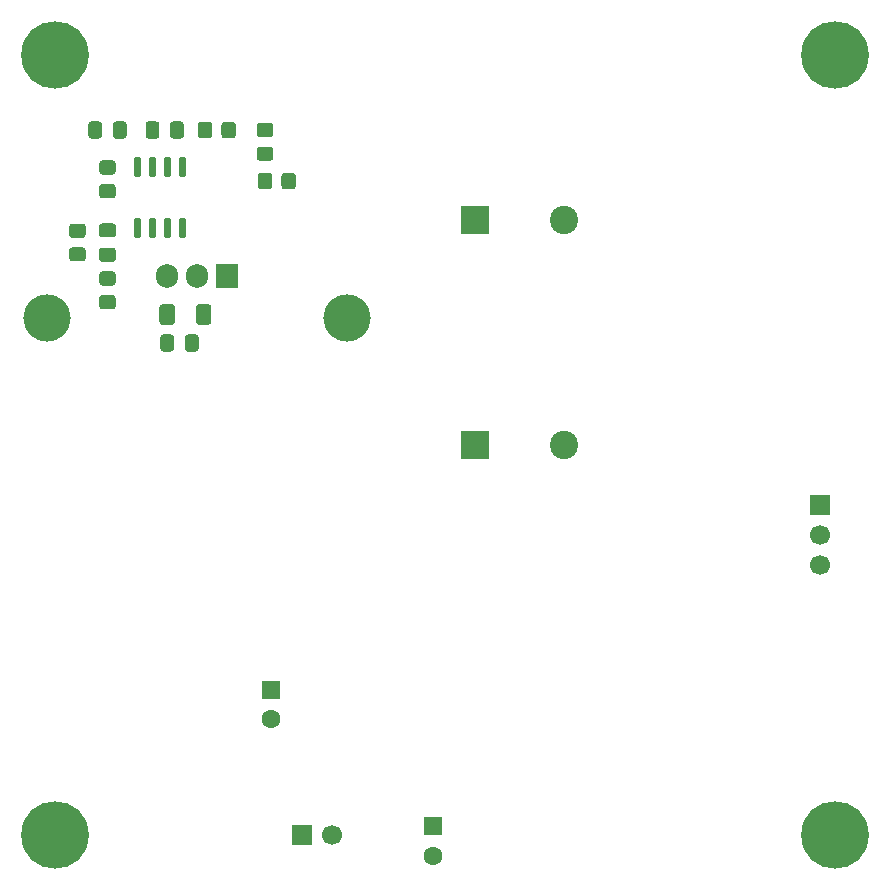
<source format=gbr>
%TF.GenerationSoftware,KiCad,Pcbnew,(5.1.9)-1*%
%TF.CreationDate,2021-10-04T18:28:46-04:00*%
%TF.ProjectId,In9 Music Visualizer RevC,496e3920-4d75-4736-9963-205669737561,rev?*%
%TF.SameCoordinates,Original*%
%TF.FileFunction,Soldermask,Bot*%
%TF.FilePolarity,Negative*%
%FSLAX46Y46*%
G04 Gerber Fmt 4.6, Leading zero omitted, Abs format (unit mm)*
G04 Created by KiCad (PCBNEW (5.1.9)-1) date 2021-10-04 18:28:46*
%MOMM*%
%LPD*%
G01*
G04 APERTURE LIST*
%ADD10C,1.700000*%
%ADD11R,1.700000X1.700000*%
%ADD12C,1.600000*%
%ADD13R,1.600000X1.600000*%
%ADD14C,5.715000*%
%ADD15O,1.905000X2.000000*%
%ADD16R,1.905000X2.000000*%
%ADD17C,4.000000*%
%ADD18C,2.400000*%
%ADD19R,2.400000X2.400000*%
G04 APERTURE END LIST*
D10*
%TO.C,J5*%
X120650000Y-96520000D03*
D11*
X120650000Y-93980000D03*
D10*
X120650000Y-99060000D03*
%TD*%
D12*
%TO.C,C22*%
X87884000Y-123658000D03*
D13*
X87884000Y-121158000D03*
%TD*%
D14*
%TO.C,REF\u002A\u002A*%
X121920000Y-121920000D03*
%TD*%
%TO.C,R10*%
G36*
G01*
X60775001Y-66005000D02*
X59874999Y-66005000D01*
G75*
G02*
X59625000Y-65755001I0J249999D01*
G01*
X59625000Y-65054999D01*
G75*
G02*
X59874999Y-64805000I249999J0D01*
G01*
X60775001Y-64805000D01*
G75*
G02*
X61025000Y-65054999I0J-249999D01*
G01*
X61025000Y-65755001D01*
G75*
G02*
X60775001Y-66005000I-249999J0D01*
G01*
G37*
G36*
G01*
X60775001Y-68005000D02*
X59874999Y-68005000D01*
G75*
G02*
X59625000Y-67755001I0J249999D01*
G01*
X59625000Y-67054999D01*
G75*
G02*
X59874999Y-66805000I249999J0D01*
G01*
X60775001Y-66805000D01*
G75*
G02*
X61025000Y-67054999I0J-249999D01*
G01*
X61025000Y-67755001D01*
G75*
G02*
X60775001Y-68005000I-249999J0D01*
G01*
G37*
%TD*%
%TO.C,REF\u002A\u002A*%
X121920000Y-55880000D03*
%TD*%
%TO.C,REF\u002A\u002A*%
X55880000Y-121920000D03*
%TD*%
%TO.C,REF\u002A\u002A*%
X55880000Y-55880000D03*
%TD*%
%TO.C,U2*%
G36*
G01*
X62715000Y-69645000D02*
X63015000Y-69645000D01*
G75*
G02*
X63165000Y-69795000I0J-150000D01*
G01*
X63165000Y-71245000D01*
G75*
G02*
X63015000Y-71395000I-150000J0D01*
G01*
X62715000Y-71395000D01*
G75*
G02*
X62565000Y-71245000I0J150000D01*
G01*
X62565000Y-69795000D01*
G75*
G02*
X62715000Y-69645000I150000J0D01*
G01*
G37*
G36*
G01*
X63985000Y-69645000D02*
X64285000Y-69645000D01*
G75*
G02*
X64435000Y-69795000I0J-150000D01*
G01*
X64435000Y-71245000D01*
G75*
G02*
X64285000Y-71395000I-150000J0D01*
G01*
X63985000Y-71395000D01*
G75*
G02*
X63835000Y-71245000I0J150000D01*
G01*
X63835000Y-69795000D01*
G75*
G02*
X63985000Y-69645000I150000J0D01*
G01*
G37*
G36*
G01*
X65255000Y-69645000D02*
X65555000Y-69645000D01*
G75*
G02*
X65705000Y-69795000I0J-150000D01*
G01*
X65705000Y-71245000D01*
G75*
G02*
X65555000Y-71395000I-150000J0D01*
G01*
X65255000Y-71395000D01*
G75*
G02*
X65105000Y-71245000I0J150000D01*
G01*
X65105000Y-69795000D01*
G75*
G02*
X65255000Y-69645000I150000J0D01*
G01*
G37*
G36*
G01*
X66525000Y-69645000D02*
X66825000Y-69645000D01*
G75*
G02*
X66975000Y-69795000I0J-150000D01*
G01*
X66975000Y-71245000D01*
G75*
G02*
X66825000Y-71395000I-150000J0D01*
G01*
X66525000Y-71395000D01*
G75*
G02*
X66375000Y-71245000I0J150000D01*
G01*
X66375000Y-69795000D01*
G75*
G02*
X66525000Y-69645000I150000J0D01*
G01*
G37*
G36*
G01*
X66525000Y-64495000D02*
X66825000Y-64495000D01*
G75*
G02*
X66975000Y-64645000I0J-150000D01*
G01*
X66975000Y-66095000D01*
G75*
G02*
X66825000Y-66245000I-150000J0D01*
G01*
X66525000Y-66245000D01*
G75*
G02*
X66375000Y-66095000I0J150000D01*
G01*
X66375000Y-64645000D01*
G75*
G02*
X66525000Y-64495000I150000J0D01*
G01*
G37*
G36*
G01*
X65255000Y-64495000D02*
X65555000Y-64495000D01*
G75*
G02*
X65705000Y-64645000I0J-150000D01*
G01*
X65705000Y-66095000D01*
G75*
G02*
X65555000Y-66245000I-150000J0D01*
G01*
X65255000Y-66245000D01*
G75*
G02*
X65105000Y-66095000I0J150000D01*
G01*
X65105000Y-64645000D01*
G75*
G02*
X65255000Y-64495000I150000J0D01*
G01*
G37*
G36*
G01*
X63985000Y-64495000D02*
X64285000Y-64495000D01*
G75*
G02*
X64435000Y-64645000I0J-150000D01*
G01*
X64435000Y-66095000D01*
G75*
G02*
X64285000Y-66245000I-150000J0D01*
G01*
X63985000Y-66245000D01*
G75*
G02*
X63835000Y-66095000I0J150000D01*
G01*
X63835000Y-64645000D01*
G75*
G02*
X63985000Y-64495000I150000J0D01*
G01*
G37*
G36*
G01*
X62715000Y-64495000D02*
X63015000Y-64495000D01*
G75*
G02*
X63165000Y-64645000I0J-150000D01*
G01*
X63165000Y-66095000D01*
G75*
G02*
X63015000Y-66245000I-150000J0D01*
G01*
X62715000Y-66245000D01*
G75*
G02*
X62565000Y-66095000I0J150000D01*
G01*
X62565000Y-64645000D01*
G75*
G02*
X62715000Y-64495000I150000J0D01*
G01*
G37*
%TD*%
%TO.C,R14*%
G36*
G01*
X69980000Y-62680001D02*
X69980000Y-61779999D01*
G75*
G02*
X70229999Y-61530000I249999J0D01*
G01*
X70930001Y-61530000D01*
G75*
G02*
X71180000Y-61779999I0J-249999D01*
G01*
X71180000Y-62680001D01*
G75*
G02*
X70930001Y-62930000I-249999J0D01*
G01*
X70229999Y-62930000D01*
G75*
G02*
X69980000Y-62680001I0J249999D01*
G01*
G37*
G36*
G01*
X67980000Y-62680001D02*
X67980000Y-61779999D01*
G75*
G02*
X68229999Y-61530000I249999J0D01*
G01*
X68930001Y-61530000D01*
G75*
G02*
X69180000Y-61779999I0J-249999D01*
G01*
X69180000Y-62680001D01*
G75*
G02*
X68930001Y-62930000I-249999J0D01*
G01*
X68229999Y-62930000D01*
G75*
G02*
X67980000Y-62680001I0J249999D01*
G01*
G37*
%TD*%
%TO.C,R13*%
G36*
G01*
X67829000Y-78476001D02*
X67829000Y-77225999D01*
G75*
G02*
X68078999Y-76976000I249999J0D01*
G01*
X68879001Y-76976000D01*
G75*
G02*
X69129000Y-77225999I0J-249999D01*
G01*
X69129000Y-78476001D01*
G75*
G02*
X68879001Y-78726000I-249999J0D01*
G01*
X68078999Y-78726000D01*
G75*
G02*
X67829000Y-78476001I0J249999D01*
G01*
G37*
G36*
G01*
X64729000Y-78476001D02*
X64729000Y-77225999D01*
G75*
G02*
X64978999Y-76976000I249999J0D01*
G01*
X65779001Y-76976000D01*
G75*
G02*
X66029000Y-77225999I0J-249999D01*
G01*
X66029000Y-78476001D01*
G75*
G02*
X65779001Y-78726000I-249999J0D01*
G01*
X64978999Y-78726000D01*
G75*
G02*
X64729000Y-78476001I0J249999D01*
G01*
G37*
%TD*%
%TO.C,R12*%
G36*
G01*
X60775001Y-75403000D02*
X59874999Y-75403000D01*
G75*
G02*
X59625000Y-75153001I0J249999D01*
G01*
X59625000Y-74452999D01*
G75*
G02*
X59874999Y-74203000I249999J0D01*
G01*
X60775001Y-74203000D01*
G75*
G02*
X61025000Y-74452999I0J-249999D01*
G01*
X61025000Y-75153001D01*
G75*
G02*
X60775001Y-75403000I-249999J0D01*
G01*
G37*
G36*
G01*
X60775001Y-77403000D02*
X59874999Y-77403000D01*
G75*
G02*
X59625000Y-77153001I0J249999D01*
G01*
X59625000Y-76452999D01*
G75*
G02*
X59874999Y-76203000I249999J0D01*
G01*
X60775001Y-76203000D01*
G75*
G02*
X61025000Y-76452999I0J-249999D01*
G01*
X61025000Y-77153001D01*
G75*
G02*
X60775001Y-77403000I-249999J0D01*
G01*
G37*
%TD*%
%TO.C,R11*%
G36*
G01*
X75060000Y-66998001D02*
X75060000Y-66097999D01*
G75*
G02*
X75309999Y-65848000I249999J0D01*
G01*
X76010001Y-65848000D01*
G75*
G02*
X76260000Y-66097999I0J-249999D01*
G01*
X76260000Y-66998001D01*
G75*
G02*
X76010001Y-67248000I-249999J0D01*
G01*
X75309999Y-67248000D01*
G75*
G02*
X75060000Y-66998001I0J249999D01*
G01*
G37*
G36*
G01*
X73060000Y-66998001D02*
X73060000Y-66097999D01*
G75*
G02*
X73309999Y-65848000I249999J0D01*
G01*
X74010001Y-65848000D01*
G75*
G02*
X74260000Y-66097999I0J-249999D01*
G01*
X74260000Y-66998001D01*
G75*
G02*
X74010001Y-67248000I-249999J0D01*
G01*
X73309999Y-67248000D01*
G75*
G02*
X73060000Y-66998001I0J249999D01*
G01*
G37*
%TD*%
%TO.C,R8*%
G36*
G01*
X73209999Y-63630000D02*
X74110001Y-63630000D01*
G75*
G02*
X74360000Y-63879999I0J-249999D01*
G01*
X74360000Y-64580001D01*
G75*
G02*
X74110001Y-64830000I-249999J0D01*
G01*
X73209999Y-64830000D01*
G75*
G02*
X72960000Y-64580001I0J249999D01*
G01*
X72960000Y-63879999D01*
G75*
G02*
X73209999Y-63630000I249999J0D01*
G01*
G37*
G36*
G01*
X73209999Y-61630000D02*
X74110001Y-61630000D01*
G75*
G02*
X74360000Y-61879999I0J-249999D01*
G01*
X74360000Y-62580001D01*
G75*
G02*
X74110001Y-62830000I-249999J0D01*
G01*
X73209999Y-62830000D01*
G75*
G02*
X72960000Y-62580001I0J249999D01*
G01*
X72960000Y-61879999D01*
G75*
G02*
X73209999Y-61630000I249999J0D01*
G01*
G37*
%TD*%
%TO.C,R7*%
G36*
G01*
X58235001Y-71355000D02*
X57334999Y-71355000D01*
G75*
G02*
X57085000Y-71105001I0J249999D01*
G01*
X57085000Y-70404999D01*
G75*
G02*
X57334999Y-70155000I249999J0D01*
G01*
X58235001Y-70155000D01*
G75*
G02*
X58485000Y-70404999I0J-249999D01*
G01*
X58485000Y-71105001D01*
G75*
G02*
X58235001Y-71355000I-249999J0D01*
G01*
G37*
G36*
G01*
X58235001Y-73355000D02*
X57334999Y-73355000D01*
G75*
G02*
X57085000Y-73105001I0J249999D01*
G01*
X57085000Y-72404999D01*
G75*
G02*
X57334999Y-72155000I249999J0D01*
G01*
X58235001Y-72155000D01*
G75*
G02*
X58485000Y-72404999I0J-249999D01*
G01*
X58485000Y-73105001D01*
G75*
G02*
X58235001Y-73355000I-249999J0D01*
G01*
G37*
%TD*%
D15*
%TO.C,Q2*%
X65405000Y-74549000D03*
X67945000Y-74549000D03*
D16*
X70485000Y-74549000D03*
%TD*%
D10*
%TO.C,J1*%
X79375000Y-121920000D03*
D11*
X76835000Y-121920000D03*
%TD*%
D17*
%TO.C,HS1*%
X80645000Y-78105000D03*
X55245000Y-78105000D03*
%TD*%
%TO.C,C17*%
G36*
G01*
X66871000Y-80739000D02*
X66871000Y-79789000D01*
G75*
G02*
X67121000Y-79539000I250000J0D01*
G01*
X67796000Y-79539000D01*
G75*
G02*
X68046000Y-79789000I0J-250000D01*
G01*
X68046000Y-80739000D01*
G75*
G02*
X67796000Y-80989000I-250000J0D01*
G01*
X67121000Y-80989000D01*
G75*
G02*
X66871000Y-80739000I0J250000D01*
G01*
G37*
G36*
G01*
X64796000Y-80739000D02*
X64796000Y-79789000D01*
G75*
G02*
X65046000Y-79539000I250000J0D01*
G01*
X65721000Y-79539000D01*
G75*
G02*
X65971000Y-79789000I0J-250000D01*
G01*
X65971000Y-80739000D01*
G75*
G02*
X65721000Y-80989000I-250000J0D01*
G01*
X65046000Y-80989000D01*
G75*
G02*
X64796000Y-80739000I0J250000D01*
G01*
G37*
%TD*%
%TO.C,C16*%
G36*
G01*
X59875000Y-61755000D02*
X59875000Y-62705000D01*
G75*
G02*
X59625000Y-62955000I-250000J0D01*
G01*
X58950000Y-62955000D01*
G75*
G02*
X58700000Y-62705000I0J250000D01*
G01*
X58700000Y-61755000D01*
G75*
G02*
X58950000Y-61505000I250000J0D01*
G01*
X59625000Y-61505000D01*
G75*
G02*
X59875000Y-61755000I0J-250000D01*
G01*
G37*
G36*
G01*
X61950000Y-61755000D02*
X61950000Y-62705000D01*
G75*
G02*
X61700000Y-62955000I-250000J0D01*
G01*
X61025000Y-62955000D01*
G75*
G02*
X60775000Y-62705000I0J250000D01*
G01*
X60775000Y-61755000D01*
G75*
G02*
X61025000Y-61505000I250000J0D01*
G01*
X61700000Y-61505000D01*
G75*
G02*
X61950000Y-61755000I0J-250000D01*
G01*
G37*
%TD*%
%TO.C,C15*%
G36*
G01*
X65622500Y-62705000D02*
X65622500Y-61755000D01*
G75*
G02*
X65872500Y-61505000I250000J0D01*
G01*
X66547500Y-61505000D01*
G75*
G02*
X66797500Y-61755000I0J-250000D01*
G01*
X66797500Y-62705000D01*
G75*
G02*
X66547500Y-62955000I-250000J0D01*
G01*
X65872500Y-62955000D01*
G75*
G02*
X65622500Y-62705000I0J250000D01*
G01*
G37*
G36*
G01*
X63547500Y-62705000D02*
X63547500Y-61755000D01*
G75*
G02*
X63797500Y-61505000I250000J0D01*
G01*
X64472500Y-61505000D01*
G75*
G02*
X64722500Y-61755000I0J-250000D01*
G01*
X64722500Y-62705000D01*
G75*
G02*
X64472500Y-62955000I-250000J0D01*
G01*
X63797500Y-62955000D01*
G75*
G02*
X63547500Y-62705000I0J250000D01*
G01*
G37*
%TD*%
%TO.C,C14*%
G36*
G01*
X59850000Y-72205000D02*
X60800000Y-72205000D01*
G75*
G02*
X61050000Y-72455000I0J-250000D01*
G01*
X61050000Y-73130000D01*
G75*
G02*
X60800000Y-73380000I-250000J0D01*
G01*
X59850000Y-73380000D01*
G75*
G02*
X59600000Y-73130000I0J250000D01*
G01*
X59600000Y-72455000D01*
G75*
G02*
X59850000Y-72205000I250000J0D01*
G01*
G37*
G36*
G01*
X59850000Y-70130000D02*
X60800000Y-70130000D01*
G75*
G02*
X61050000Y-70380000I0J-250000D01*
G01*
X61050000Y-71055000D01*
G75*
G02*
X60800000Y-71305000I-250000J0D01*
G01*
X59850000Y-71305000D01*
G75*
G02*
X59600000Y-71055000I0J250000D01*
G01*
X59600000Y-70380000D01*
G75*
G02*
X59850000Y-70130000I250000J0D01*
G01*
G37*
%TD*%
D18*
%TO.C,C9*%
X98940000Y-69850000D03*
D19*
X91440000Y-69850000D03*
%TD*%
D18*
%TO.C,C8*%
X98940000Y-88900000D03*
D19*
X91440000Y-88900000D03*
%TD*%
D12*
%TO.C,C5*%
X74168000Y-112101000D03*
D13*
X74168000Y-109601000D03*
%TD*%
M02*

</source>
